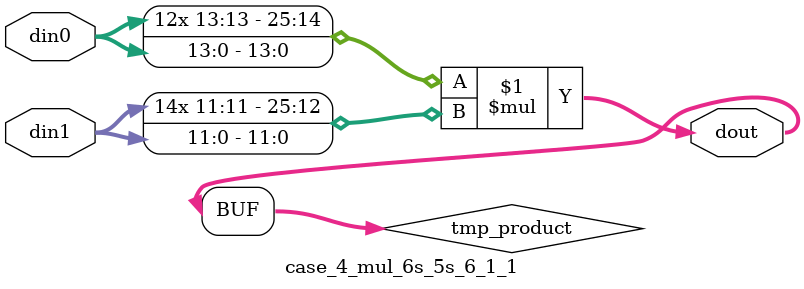
<source format=v>

`timescale 1 ns / 1 ps

 module case_4_mul_6s_5s_6_1_1(din0, din1, dout);
parameter ID = 1;
parameter NUM_STAGE = 0;
parameter din0_WIDTH = 14;
parameter din1_WIDTH = 12;
parameter dout_WIDTH = 26;

input [din0_WIDTH - 1 : 0] din0; 
input [din1_WIDTH - 1 : 0] din1; 
output [dout_WIDTH - 1 : 0] dout;

wire signed [dout_WIDTH - 1 : 0] tmp_product;



























assign tmp_product = $signed(din0) * $signed(din1);








assign dout = tmp_product;





















endmodule

</source>
